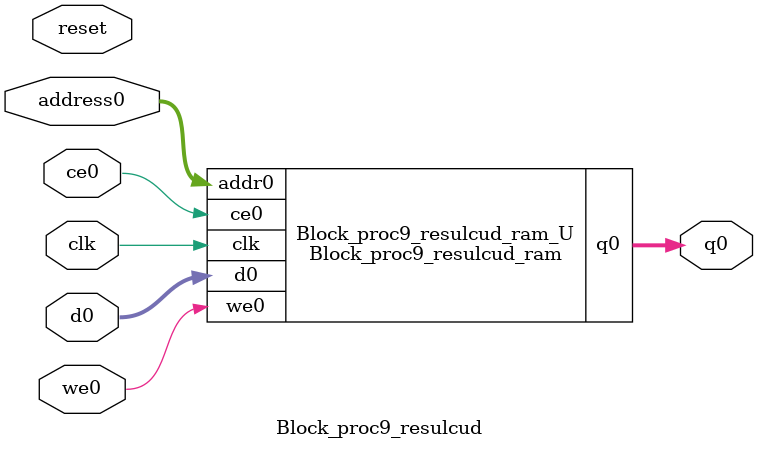
<source format=v>
`timescale 1 ns / 1 ps
module Block_proc9_resulcud_ram (addr0, ce0, d0, we0, q0,  clk);

parameter DWIDTH = 32;
parameter AWIDTH = 12;
parameter MEM_SIZE = 2500;

input[AWIDTH-1:0] addr0;
input ce0;
input[DWIDTH-1:0] d0;
input we0;
output reg[DWIDTH-1:0] q0;
input clk;

(* ram_style = "block" *)reg [DWIDTH-1:0] ram[0:MEM_SIZE-1];




always @(posedge clk)  
begin 
    if (ce0) 
    begin
        if (we0) 
        begin 
            ram[addr0] <= d0; 
        end 
        q0 <= ram[addr0];
    end
end


endmodule

`timescale 1 ns / 1 ps
module Block_proc9_resulcud(
    reset,
    clk,
    address0,
    ce0,
    we0,
    d0,
    q0);

parameter DataWidth = 32'd32;
parameter AddressRange = 32'd2500;
parameter AddressWidth = 32'd12;
input reset;
input clk;
input[AddressWidth - 1:0] address0;
input ce0;
input we0;
input[DataWidth - 1:0] d0;
output[DataWidth - 1:0] q0;



Block_proc9_resulcud_ram Block_proc9_resulcud_ram_U(
    .clk( clk ),
    .addr0( address0 ),
    .ce0( ce0 ),
    .we0( we0 ),
    .d0( d0 ),
    .q0( q0 ));

endmodule


</source>
